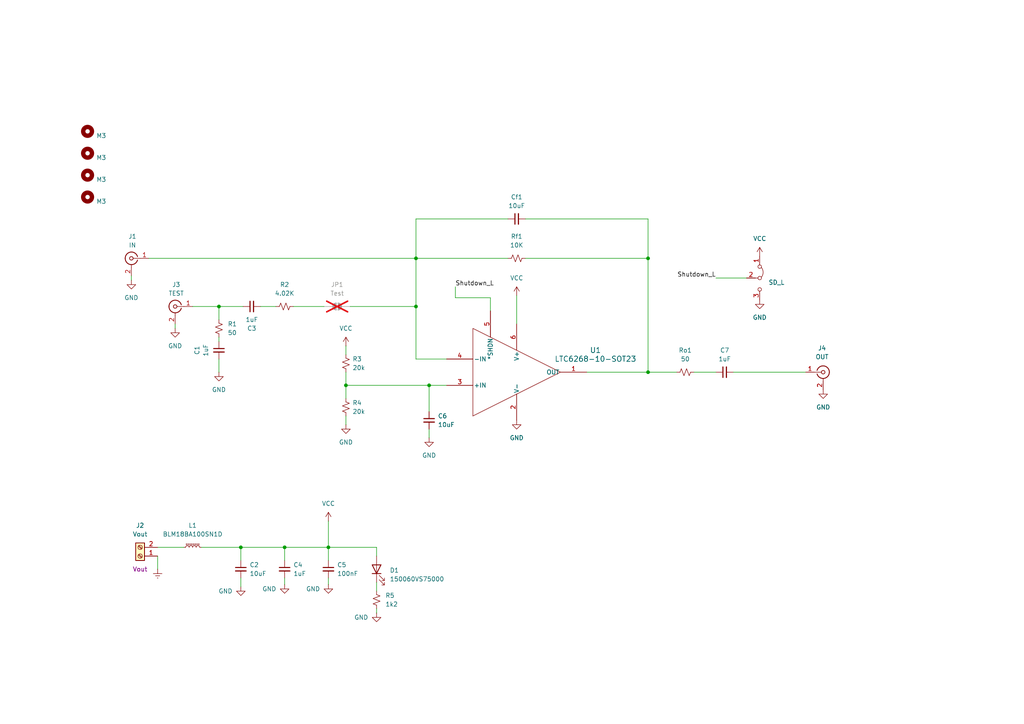
<source format=kicad_sch>
(kicad_sch (version 20231120) (generator "eeschema") (generator_version "8.0")
  (paper "A4")
  (title_block (title "TIA LTC6268-10") (date "2025-01-08") (rev "1"))
  (lib_symbols
    (symbol "Connector:Conn_Coaxial" (pin_names (offset 1.016) hide)
      (property "Reference" "J" (at 0.254 3.048 0))
      (property "Value" "Conn_Coaxial" (at 2.921 0 90))
      (symbol "Conn_Coaxial_0_1"
        (arc (start -1.778 -0.508) (mid 0.2311 -1.8066) (end 1.778 0) (stroke (width 0.254)))
        (polyline (pts (xy -2.54 0) (xy -0.508 0)))
        (polyline (pts (xy 0 -2.54) (xy 0 -1.778)))
        (circle (center 0 0) (radius 0.508) (stroke (width 0.2032)))
        (arc (start 1.778 0) (mid 0.2099 1.8101) (end -1.778 0.508) (stroke (width 0.254)))
      )
      (symbol "Conn_Coaxial_1_1"
        (pin passive line (at -5.08 0 0) (length 2.54) (name "In") (number "1"))
        (pin passive line (at 0 -5.08 90) (length 2.54) (name "Ext") (number "2"))
      )
    )
    (symbol "Connector:Screw_Terminal_01x02" (pin_names (offset 1.016) hide)
      (property "Reference" "J" (at 0 2.54 0))
      (property "Value" "Screw_Terminal_01x02" (at 0 -5.08 0))
      (symbol "Screw_Terminal_01x02_1_1"
        (rectangle (start -1.27 1.27) (end 1.27 -3.81) (stroke (width 0.254)) (fill (type background)))
        (circle (center 0 -2.54) (radius 0.635) (stroke (width 0.1524)))
        (polyline (pts (xy -0.5334 -2.2098) (xy 0.3302 -3.048)) (stroke (width 0.1524)))
        (polyline (pts (xy -0.5334 0.3302) (xy 0.3302 -0.508)) (stroke (width 0.1524)))
        (polyline (pts (xy -0.3556 -2.032) (xy 0.508 -2.8702)) (stroke (width 0.1524)))
        (polyline (pts (xy -0.3556 0.508) (xy 0.508 -0.3302)) (stroke (width 0.1524)))
        (circle (center 0 0) (radius 0.635) (stroke (width 0.1524)))
        (pin passive line (at -5.08 0 0) (length 3.81) (name "Pin_1") (number "1"))
        (pin passive line (at -5.08 -2.54 0) (length 3.81) (name "Pin_2") (number "2"))
      )
    )
    (symbol "Device:C_Small" (pin_numbers hide) (pin_names (offset 0.254) hide)
      (property "Reference" "C" (at 0.254 1.778 0))
      (property "Value" "C_Small" (at 0.254 -2.032 0))
      (symbol "C_Small_0_1"
        (polyline (pts (xy -1.524 -0.508) (xy 1.524 -0.508)) (stroke (width 0.3302)))
        (polyline (pts (xy -1.524 0.508) (xy 1.524 0.508)) (stroke (width 0.3048)))
      )
      (symbol "C_Small_1_1"
        (pin passive line (at 0 2.54 270) (length 2.032) (name "~") (number "1"))
        (pin passive line (at 0 -2.54 90) (length 2.032) (name "~") (number "2"))
      )
    )
    (symbol "Device:LED" (pin_numbers hide) (pin_names (offset 1.016) hide)
      (property "Reference" "D" (at 0 2.54 0))
      (property "Value" "LED" (at 0 -2.54 0))
      (symbol "LED_0_1"
        (polyline (pts (xy -1.27 -1.27) (xy -1.27 1.27)) (stroke (width 0.254)))
        (polyline (pts (xy -1.27 0) (xy 1.27 0)))
        (polyline (pts (xy 1.27 -1.27) (xy 1.27 1.27) (xy -1.27 0) (xy 1.27 -1.27)) (stroke (width 0.254)))
        (polyline (pts (xy -3.048 -0.762) (xy -4.572 -2.286) (xy -3.81 -2.286) (xy -4.572 -2.286) (xy -4.572 -1.524)))
        (polyline (pts (xy -1.778 -0.762) (xy -3.302 -2.286) (xy -2.54 -2.286) (xy -3.302 -2.286) (xy -3.302 -1.524)))
      )
      (symbol "LED_1_1"
        (pin passive line (at -3.81 0 0) (length 2.54) (name "K") (number "1"))
        (pin passive line (at 3.81 0 180) (length 2.54) (name "A") (number "2"))
      )
    )
    (symbol "Device:L_Ferrite_Small" (pin_numbers hide) (pin_names (offset 0.254) hide)
      (property "Reference" "L" (at 1.27 1.016 0))
      (property "Value" "L_Ferrite_Small" (at 1.27 -1.27 0))
      (symbol "L_Ferrite_Small_0_1"
        (arc (start 0 -2.032) (mid 0.5058 -1.524) (end 0 -1.016))
        (arc (start 0 -1.016) (mid 0.5058 -0.508) (end 0 0))
        (polyline (pts (xy 0.762 -1.905) (xy 0.762 -1.651)))
        (polyline (pts (xy 0.762 -1.397) (xy 0.762 -1.143)))
        (polyline (pts (xy 0.762 -0.889) (xy 0.762 -0.635)))
        (polyline (pts (xy 0.762 -0.381) (xy 0.762 -0.127)))
        (polyline (pts (xy 0.762 0.127) (xy 0.762 0.381)))
        (polyline (pts (xy 0.762 0.635) (xy 0.762 0.889)))
        (polyline (pts (xy 0.762 1.143) (xy 0.762 1.397)))
        (polyline (pts (xy 0.762 1.651) (xy 0.762 1.905)))
        (polyline (pts (xy 1.016 -1.651) (xy 1.016 -1.905)))
        (polyline (pts (xy 1.016 -1.143) (xy 1.016 -1.397)))
        (polyline (pts (xy 1.016 -0.635) (xy 1.016 -0.889)))
        (polyline (pts (xy 1.016 -0.127) (xy 1.016 -0.381)))
        (polyline (pts (xy 1.016 0.381) (xy 1.016 0.127)))
        (polyline (pts (xy 1.016 0.889) (xy 1.016 0.635)))
        (polyline (pts (xy 1.016 1.397) (xy 1.016 1.143)))
        (polyline (pts (xy 1.016 1.905) (xy 1.016 1.651)))
        (arc (start 0 0) (mid 0.5058 0.508) (end 0 1.016))
        (arc (start 0 1.016) (mid 0.5058 1.524) (end 0 2.032))
      )
      (symbol "L_Ferrite_Small_1_1"
        (pin passive line (at 0 2.54 270) (length 0.508) (name "~") (number "1"))
        (pin passive line (at 0 -2.54 90) (length 0.508) (name "~") (number "2"))
      )
    )
    (symbol "Device:R_Small_US" (pin_numbers hide) (pin_names (offset 0.254) hide)
      (property "Reference" "R" (at 0.762 0.508 0))
      (property "Value" "R_Small_US" (at 0.762 -1.016 0))
      (symbol "R_Small_US_1_1"
        (polyline (pts (xy 0 0) (xy 1.016 -0.381) (xy 0 -0.762) (xy -1.016 -1.143) (xy 0 -1.524)))
        (polyline (pts (xy 0 1.524) (xy 1.016 1.143) (xy 0 0.762) (xy -1.016 0.381) (xy 0 0)))
        (pin passive line (at 0 2.54 270) (length 1.016) (name "~") (number "1"))
        (pin passive line (at 0 -2.54 90) (length 1.016) (name "~") (number "2"))
      )
    )
    (symbol "Jumper:Jumper_3_Bridged12" (pin_names (offset 0) hide) (exclude_from_sim yes) (in_bom no)
      (property "Reference" "JP" (at -2.54 -2.54 0))
      (property "Value" "Jumper_3_Bridged12" (at 0 2.794 0))
      (symbol "Jumper_3_Bridged12_0_0"
        (circle (center -3.302 0) (radius 0.508))
        (circle (center 0 0) (radius 0.508))
        (circle (center 3.302 0) (radius 0.508))
      )
      (symbol "Jumper_3_Bridged12_0_1"
        (arc (start -0.254 0.508) (mid -1.651 0.9912) (end -3.048 0.508))
        (polyline (pts (xy 0 -1.27) (xy 0 -0.508)))
      )
      (symbol "Jumper_3_Bridged12_1_1"
        (pin passive line (at -6.35 0 0) (length 2.54) (name "A") (number "1"))
        (pin passive line (at 0 -3.81 90) (length 2.54) (name "C") (number "2"))
        (pin passive line (at 6.35 0 180) (length 2.54) (name "B") (number "3"))
      )
    )
    (symbol "Jumper:SolderJumper_2_Open" (pin_numbers hide) (pin_names (offset 0) hide) (exclude_from_sim yes) (in_bom no)
      (property "Reference" "JP" (at 0 2.032 0))
      (property "Value" "SolderJumper_2_Open" (at 0 -2.54 0))
      (symbol "SolderJumper_2_Open_0_1"
        (arc (start -0.254 1.016) (mid -1.2656 0) (end -0.254 -1.016))
        (arc (start -0.254 1.016) (mid -1.2656 0) (end -0.254 -1.016) (fill (type outline)))
        (polyline (pts (xy -0.254 1.016) (xy -0.254 -1.016)))
        (polyline (pts (xy 0.254 1.016) (xy 0.254 -1.016)))
        (arc (start 0.254 -1.016) (mid 1.2656 0) (end 0.254 1.016))
        (arc (start 0.254 -1.016) (mid 1.2656 0) (end 0.254 1.016) (fill (type outline)))
      )
      (symbol "SolderJumper_2_Open_1_1"
        (pin passive line (at -3.81 0 0) (length 2.54) (name "A") (number "1"))
        (pin passive line (at 3.81 0 180) (length 2.54) (name "B") (number "2"))
      )
    )
    (symbol "LumiCom_TIA:LTC6268-10-SOT23" (pin_names (offset 0.254))
      (property "Reference" "U" (at 7.62 -9.906 0))
      (property "Value" "LTC6268-10-SOT23" (at 11.176 11.176 0))
      (symbol "LTC6268-10-SOT23_0_1"
        (pin output line (at 20.32 0 180) (length 7.62) (name "OUT") (number "1"))
        (pin power_in line (at 0 -13.97 90) (length 7.62) (name "V-") (number "2"))
        (pin input line (at -20.32 -3.81 0) (length 7.62) (name "+IN") (number "3"))
        (pin input line (at -20.32 3.81 0) (length 7.62) (name "-IN") (number "4"))
        (pin unspecified line (at -7.62 17.78 270) (length 7.62) (name "*SHDN") (number "5"))
        (pin power_in line (at 0 13.97 270) (length 7.62) (name "V+") (number "6"))
      )
      (symbol "LTC6268-10-SOT23_1_1"
        (polyline (pts (xy -12.7 -12.7) (xy -12.7 12.7) (xy 12.7 0) (xy -12.7 -12.7)))
      )
    )
    (symbol "Mechanical:MountingHole" (pin_names (offset 1.016)) (exclude_from_sim yes) (in_bom no)
      (property "Reference" "H" (at 0 5.08 0))
      (property "Value" "MountingHole" (at 0 3.175 0))
      (symbol "MountingHole_0_1"
        (circle (center 0 0) (radius 1.27) (stroke (width 1.27)))
      )
    )
    (symbol "power:Earth" (power) (pin_numbers hide) (pin_names (offset 0) hide)
      (property "Value" "Earth" (at 0 -3.81 0))
      (symbol "Earth_0_1"
        (polyline (pts (xy -0.635 -1.905) (xy 0.635 -1.905)))
        (polyline (pts (xy -0.127 -2.54) (xy 0.127 -2.54)))
        (polyline (pts (xy 0 -1.27) (xy 0 0)))
        (polyline (pts (xy 1.27 -1.27) (xy -1.27 -1.27)))
      )
      (symbol "Earth_1_1"
        (pin power_in line (at 0 0 270) (length 0) (name "~") (number "1"))
      )
    )
    (symbol "power:GND" (power) (pin_numbers hide) (pin_names (offset 0) hide)
      (property "Value" "GND" (at 0 -3.81 0))
      (symbol "GND_0_1"
        (polyline (pts (xy 0 0) (xy 0 -1.27) (xy 1.27 -1.27) (xy 0 -2.54) (xy -1.27 -1.27) (xy 0 -1.27)))
      )
      (symbol "GND_1_1"
        (pin power_in line (at 0 0 270) (length 0) (name "~") (number "1"))
      )
    )
    (symbol "power:VCC" (power) (pin_numbers hide) (pin_names (offset 0) hide)
      (property "Value" "VCC" (at 0 3.556 0))
      (symbol "VCC_0_1"
        (polyline (pts (xy -0.762 1.27) (xy 0 2.54)))
        (polyline (pts (xy 0 0) (xy 0 2.54)))
        (polyline (pts (xy 0 2.54) (xy 0.762 1.27)))
      )
      (symbol "VCC_1_1"
        (pin power_in line (at 0 0 90) (length 0) (name "~") (number "1"))
      )
    )
  )
  (junction (at 120.65 88.9))
  (junction (at 82.55 158.75))
  (junction (at 120.65 74.93))
  (junction (at 124.46 111.76))
  (junction (at 187.96 107.95))
  (junction (at 69.85 158.75))
  (junction (at 187.96 74.93))
  (junction (at 100.33 111.76))
  (junction (at 63.5 88.9))
  (junction (at 95.25 158.75))
  (wire (pts (xy 100.33 120.65) (xy 100.33 123.19)))
  (wire (pts (xy 212.725 107.95) (xy 233.68 107.95)))
  (wire (pts (xy 142.24 86.36) (xy 142.24 90.17)))
  (wire (pts (xy 120.65 63.5) (xy 120.65 74.93)))
  (wire (pts (xy 100.33 111.76) (xy 124.46 111.76)))
  (wire (pts (xy 109.22 177.8) (xy 109.22 176.53)))
  (wire (pts (xy 82.55 158.75) (xy 95.25 158.75)))
  (wire (pts (xy 58.42 158.75) (xy 69.85 158.75)))
  (wire (pts (xy 100.33 111.76) (xy 100.33 115.57)))
  (wire (pts (xy 95.25 162.56) (xy 95.25 158.75)))
  (wire (pts (xy 69.85 167.64) (xy 69.85 170.18)))
  (wire (pts (xy 69.85 158.75) (xy 82.55 158.75)))
  (wire (pts (xy 201.295 107.95) (xy 207.645 107.95)))
  (wire (pts (xy 187.96 74.93) (xy 152.4 74.93)))
  (wire (pts (xy 109.22 161.29) (xy 109.22 158.75)))
  (wire (pts (xy 152.4 63.5) (xy 187.96 63.5)))
  (wire (pts (xy 82.55 162.56) (xy 82.55 158.75)))
  (wire (pts (xy 170.18 107.95) (xy 187.96 107.95)))
  (wire (pts (xy 109.22 158.75) (xy 95.25 158.75)))
  (wire (pts (xy 120.65 88.9) (xy 120.65 104.14)))
  (wire (pts (xy 63.5 99.06) (xy 63.5 97.79)))
  (wire (pts (xy 101.6 88.9) (xy 120.65 88.9)))
  (wire (pts (xy 132.08 86.36) (xy 142.24 86.36)))
  (wire (pts (xy 124.46 127) (xy 124.46 124.46)))
  (wire (pts (xy 85.09 88.9) (xy 93.98 88.9)))
  (wire (pts (xy 43.18 74.93) (xy 120.65 74.93)))
  (wire (pts (xy 132.08 83.185) (xy 132.08 86.36)))
  (wire (pts (xy 187.96 107.95) (xy 196.215 107.95)))
  (wire (pts (xy 63.5 92.71) (xy 63.5 88.9)))
  (wire (pts (xy 120.65 63.5) (xy 147.32 63.5)))
  (wire (pts (xy 100.33 107.95) (xy 100.33 111.76)))
  (wire (pts (xy 95.25 151.13) (xy 95.25 158.75)))
  (wire (pts (xy 120.65 104.14) (xy 129.54 104.14)))
  (wire (pts (xy 63.5 88.9) (xy 70.485 88.9)))
  (wire (pts (xy 95.25 167.64) (xy 95.25 169.545)))
  (wire (pts (xy 63.5 107.95) (xy 63.5 104.14)))
  (wire (pts (xy 45.72 158.75) (xy 53.34 158.75)))
  (wire (pts (xy 75.565 88.9) (xy 80.01 88.9)))
  (wire (pts (xy 109.22 171.45) (xy 109.22 168.91)))
  (wire (pts (xy 120.65 74.93) (xy 147.32 74.93)))
  (wire (pts (xy 45.72 161.29) (xy 45.72 165.1)))
  (wire (pts (xy 124.46 111.76) (xy 129.54 111.76)))
  (wire (pts (xy 187.96 74.93) (xy 187.96 107.95)))
  (wire (pts (xy 100.33 102.87) (xy 100.33 100.33)))
  (wire (pts (xy 82.55 167.64) (xy 82.55 169.545)))
  (wire (pts (xy 149.86 85.725) (xy 149.86 93.98)))
  (wire (pts (xy 187.96 63.5) (xy 187.96 74.93)))
  (wire (pts (xy 50.8 95.25) (xy 50.8 93.98)))
  (wire (pts (xy 55.88 88.9) (xy 63.5 88.9)))
  (wire (pts (xy 124.46 119.38) (xy 124.46 111.76)))
  (wire (pts (xy 207.645 80.645) (xy 216.535 80.645)))
  (wire (pts (xy 69.85 158.75) (xy 69.85 162.56)))
  (wire (pts (xy 120.65 74.93) (xy 120.65 88.9)))
  (wire (pts (xy 38.1 80.01) (xy 38.1 81.28)))
  (label "Shutdown_L" (at 207.645 80.645 180))
  (label "Shutdown_L" (at 132.08 83.185 0))
  (symbol (lib_id "power:GND") (at 100.33 123.19 0) (unit 1)
    (property "Reference" "#PWR010" (effects (hide yes)))
    (property "Value" "GND" (at 100.33 128.27 0))
    (property "Description" "Power symbol creates a global label with name \"GND\" , ground" (effects (hide yes)))
  )
  (symbol (lib_id "power:VCC") (at 149.86 85.725 0) (unit 1)
    (property "Reference" "#PWR013" (effects (hide yes)))
    (property "Value" "VCC" (at 149.86 80.645 0))
    (property "Description" "Power symbol creates a global label with name \"VCC\"" (effects (hide yes)))
  )
  (symbol (lib_id "Device:R_Small_US") (at 82.55 88.9 90) (unit 1)
    (property "Reference" "R2" (at 82.55 82.55 90))
    (property "Value" "4.02K" (at 82.55 85.09 90))
    (property "Footprint" "Resistor_SMD:R_0603_1608Metric_Pad0.98x0.95mm_HandSolder" (effects (hide yes)))
    (property "Description" "Resistor, small US symbol" (effects (hide yes)))
  )
  (symbol (lib_id "Device:C_Small") (at 210.185 107.95 90) (unit 1)
    (property "Reference" "C7" (at 210.1913 101.6 90))
    (property "Value" "1uF" (at 210.1913 104.14 90))
    (property "Footprint" "Capacitor_SMD:C_0603_1608Metric_Pad1.08x0.95mm_HandSolder" (effects (hide yes)))
    (property "Description" "Unpolarized capacitor, small symbol" (effects (hide yes)))
  )
  (symbol (lib_id "Device:C_Small") (at 149.86 63.5 90) (unit 1)
    (property "Reference" "Cf1" (at 149.8663 57.15 90))
    (property "Value" "10uF" (at 149.8663 59.69 90))
    (property "Footprint" "Capacitor_SMD:C_0603_1608Metric_Pad1.08x0.95mm_HandSolder" (effects (hide yes)))
    (property "Description" "Unpolarized capacitor, small symbol" (effects (hide yes)))
  )
  (symbol (lib_id "Mechanical:MountingHole") (at 25.4 50.8 0) (unit 1) (exclude_from_sim yes) (in_bom no)
    (property "Reference" "H3" (effects (hide yes)))
    (property "Value" "M3" (at 27.94 52.0699 0) (effects (justify left)))
    (property "Footprint" "MountingHole:MountingHole_3.2mm_M3_DIN965" (effects (hide yes)))
    (property "Description" "Mounting Hole without connection" (effects (hide yes)))
  )
  (symbol (lib_id "power:GND") (at 38.1 81.28 0) (unit 1)
    (property "Reference" "#PWR01" (effects (hide yes)))
    (property "Value" "GND" (at 38.1 86.36 0))
    (property "Description" "Power symbol creates a global label with name \"GND\" , ground" (effects (hide yes)))
  )
  (symbol (lib_id "Connector:Conn_Coaxial") (at 238.76 107.95 0) (unit 1)
    (property "Reference" "J4" (at 238.4426 100.965 0))
    (property "Value" "OUT" (at 238.4426 103.505 0))
    (property "Footprint" "Connector_Coaxial:SMA_Samtec_SMA-J-P-X-ST-EM1_EdgeMount" (effects (hide yes)))
    (property "Datasheet" " ~" (effects (hide yes)))
    (property "Description" "coaxial connector (BNC, SMA, SMB, SMC, Cinch/RCA, LEMO, ...)" (effects (hide yes)))
  )
  (symbol (lib_id "power:GND") (at 50.8 95.25 0) (unit 1)
    (property "Reference" "#PWR03" (effects (hide yes)))
    (property "Value" "GND" (at 50.8 100.33 0))
    (property "Description" "Power symbol creates a global label with name \"GND\" , ground" (effects (hide yes)))
  )
  (symbol (lib_id "Device:L_Ferrite_Small") (at 55.88 158.75 90) (unit 1)
    (property "Reference" "L1" (at 55.88 152.4 90))
    (property "Value" "BLM18BA100SN1D" (at 55.88 154.94 90))
    (property "Footprint" "Inductor_SMD:L_0603_1608Metric_Pad1.05x0.95mm_HandSolder" (effects (hide yes)))
    (property "Description" "Inductor with ferrite core, small symbol" (effects (hide yes)))
  )
  (symbol (lib_id "Device:C_Small") (at 124.46 121.92 0) (unit 1)
    (property "Reference" "C6" (at 127 120.6562 0) (effects (justify left)))
    (property "Value" "10uF" (at 127 123.1962 0) (effects (justify left)))
    (property "Footprint" "Capacitor_SMD:C_0603_1608Metric_Pad1.08x0.95mm_HandSolder" (effects (hide yes)))
    (property "Description" "Unpolarized capacitor, small symbol" (effects (hide yes)))
  )
  (symbol (lib_id "Device:R_Small_US") (at 100.33 105.41 0) (unit 1)
    (property "Reference" "R3" (at 102.235 104.1399 0) (effects (justify left)))
    (property "Value" "20k" (at 102.235 106.6799 0) (effects (justify left)))
    (property "Footprint" "Resistor_SMD:R_0603_1608Metric_Pad0.98x0.95mm_HandSolder" (effects (hide yes)))
    (property "Description" "Resistor, small US symbol" (effects (hide yes)))
  )
  (symbol (lib_id "Mechanical:MountingHole") (at 25.4 44.45 0) (unit 1) (exclude_from_sim yes) (in_bom no)
    (property "Reference" "H2" (effects (hide yes)))
    (property "Value" "M3" (at 27.94 45.7199 0) (effects (justify left)))
    (property "Footprint" "MountingHole:MountingHole_3.2mm_M3_DIN965" (effects (hide yes)))
    (property "Description" "Mounting Hole without connection" (effects (hide yes)))
  )
  (symbol (lib_id "Connector:Conn_Coaxial") (at 38.1 74.93 0) (mirror y) (unit 1)
    (property "Reference" "J1" (at 38.4174 68.58 0))
    (property "Value" "IN" (at 38.4174 71.12 0))
    (property "Footprint" "Connector_Coaxial:SMA_Samtec_SMA-J-P-X-ST-EM1_EdgeMount" (effects (hide yes)))
    (property "Datasheet" " ~" (effects (hide yes)))
    (property "Description" "coaxial connector (BNC, SMA, SMB, SMC, Cinch/RCA, LEMO, ...)" (effects (hide yes)))
  )
  (symbol (lib_id "Device:R_Small_US") (at 100.33 118.11 0) (unit 1)
    (property "Reference" "R4" (at 102.235 116.8399 0) (effects (justify left)))
    (property "Value" "20k" (at 102.235 119.3799 0) (effects (justify left)))
    (property "Footprint" "Resistor_SMD:R_0603_1608Metric_Pad0.98x0.95mm_HandSolder" (effects (hide yes)))
    (property "Description" "Resistor, small US symbol" (effects (hide yes)))
  )
  (symbol (lib_id "Device:LED") (at 109.22 165.1 90) (unit 1)
    (property "Reference" "D1" (at 113.03 165.4174 90) (effects (justify right)))
    (property "Value" "150060VS75000 " (at 113.03 167.9574 90) (effects (justify right)))
    (property "Footprint" "LumiCom_TIA:LEDC1608X80N" (effects (hide yes)))
    (property "Description" "Light emitting diode" (effects (hide yes)))
  )
  (symbol (lib_id "Device:C_Small") (at 63.5 101.6 0) (mirror y) (unit 1)
    (property "Reference" "C1" (at 57.15 101.6063 90))
    (property "Value" "1uF" (at 59.69 101.6063 90))
    (property "Footprint" "Capacitor_SMD:C_0603_1608Metric_Pad1.08x0.95mm_HandSolder" (effects (hide yes)))
    (property "Description" "Unpolarized capacitor, small symbol" (effects (hide yes)))
  )
  (symbol (lib_id "Device:C_Small") (at 95.25 165.1 0) (unit 1)
    (property "Reference" "C5" (at 97.79 163.8362 0) (effects (justify left)))
    (property "Value" "100nF" (at 97.79 166.3762 0) (effects (justify left)))
    (property "Footprint" "Capacitor_SMD:C_0603_1608Metric_Pad1.08x0.95mm_HandSolder" (effects (hide yes)))
    (property "Description" "Unpolarized capacitor, small symbol" (effects (hide yes)))
  )
  (symbol (lib_id "Jumper:SolderJumper_2_Open") (at 97.79 88.9 0) (unit 1) (exclude_from_sim yes) (in_bom no) (dnp yes)
    (property "Reference" "JP1" (at 97.79 82.55 0))
    (property "Value" "Test" (at 97.79 85.09 0))
    (property "Footprint" "Resistor_SMD:R_0603_1608Metric_Pad0.98x0.95mm_HandSolder" (effects (hide yes)))
    (property "Description" "Solder Jumper, 2-pole, open" (effects (hide yes)))
  )
  (symbol (lib_id "power:GND") (at 238.76 113.03 0) (unit 1)
    (property "Reference" "#PWR017" (effects (hide yes)))
    (property "Value" "GND" (at 238.76 118.11 0))
    (property "Description" "Power symbol creates a global label with name \"GND\" , ground" (effects (hide yes)))
  )
  (symbol (lib_id "Jumper:Jumper_3_Bridged12") (at 220.345 80.645 270) (unit 1) (exclude_from_sim yes) (in_bom no)
    (property "Reference" "SD_L1" (effects (hide yes)))
    (property "Value" "SD_L" (at 222.885 81.9149 90) (effects (justify left)))
    (property "Footprint" "Connector_PinHeader_2.54mm:PinHeader_1x03_P2.54mm_Vertical" (effects (hide yes)))
    (property "Description" "Jumper, 3-pole, pins 1+2 closed/bridged" (effects (hide yes)))
  )
  (symbol (lib_id "Device:C_Small") (at 73.025 88.9 90) (mirror x) (unit 1)
    (property "Reference" "C3" (at 73.0313 95.25 90))
    (property "Value" "1uF" (at 73.0313 92.71 90))
    (property "Footprint" "Capacitor_SMD:C_0603_1608Metric_Pad1.08x0.95mm_HandSolder" (effects (hide yes)))
    (property "Description" "Unpolarized capacitor, small symbol" (effects (hide yes)))
  )
  (symbol (lib_id "power:VCC") (at 100.33 100.33 0) (unit 1)
    (property "Reference" "#PWR09" (effects (hide yes)))
    (property "Value" "VCC" (at 100.33 95.25 0))
    (property "Description" "Power symbol creates a global label with name \"VCC\"" (effects (hide yes)))
  )
  (symbol (lib_id "power:Earth") (at 45.72 165.1 0) (unit 1)
    (property "Reference" "#PWR02" (effects (hide yes)))
    (property "Value" "GND" (effects (hide yes)))
  )
  (symbol (lib_id "Device:R_Small_US") (at 149.86 74.93 90) (unit 1)
    (property "Reference" "Rf1" (at 149.86 68.58 90))
    (property "Value" "10K" (at 149.86 71.12 90))
    (property "Footprint" "Resistor_SMD:R_0603_1608Metric_Pad0.98x0.95mm_HandSolder" (effects (hide yes)))
    (property "Description" "Resistor, small US symbol" (effects (hide yes)))
  )
  (symbol (lib_id "LumiCom_TIA:LTC6268-10-SOT23") (at 149.86 107.95 0) (unit 1)
    (property "Reference" "U1" (at 172.72 101.5714 0) (effects (font (size 1.524 1.524))))
    (property "Value" "LTC6268-10-SOT23" (at 172.72 104.1114 0) (effects (font (size 1.524 1.524))))
    (property "Footprint" "LumiCom_TIA:TSOT-23_S6_LIT" (effects (hide yes)))
    (property "Datasheet" "https://www.analog.com/media/en/technical-documentation/data-sheets/626810f.pdf" (effects (hide yes)))
  )
  (symbol (lib_id "Mechanical:MountingHole") (at 25.4 57.15 0) (unit 1) (exclude_from_sim yes) (in_bom no)
    (property "Reference" "H4" (effects (hide yes)))
    (property "Value" "M3" (at 27.94 58.4199 0) (effects (justify left)))
    (property "Footprint" "MountingHole:MountingHole_3.2mm_M3_DIN965" (effects (hide yes)))
    (property "Description" "Mounting Hole without connection" (effects (hide yes)))
  )
  (symbol (lib_id "Device:R_Small_US") (at 109.22 173.99 0) (unit 1)
    (property "Reference" "R5" (at 111.76 172.7199 0) (effects (justify left)))
    (property "Value" "1k2" (at 111.76 175.2599 0) (effects (justify left)))
    (property "Footprint" "Resistor_SMD:R_0603_1608Metric_Pad0.98x0.95mm_HandSolder" (effects (hide yes)))
    (property "Description" "Resistor, small US symbol" (effects (hide yes)))
  )
  (symbol (lib_id "power:VCC") (at 95.25 151.13 0) (unit 1)
    (property "Reference" "#PWR07" (effects (hide yes)))
    (property "Value" "VCC" (at 95.25 146.05 0))
    (property "Description" "Power symbol creates a global label with name \"VCC\"" (effects (hide yes)))
  )
  (symbol (lib_id "power:GND") (at 63.5 107.95 0) (unit 1)
    (property "Reference" "#PWR04" (effects (hide yes)))
    (property "Value" "GND" (at 63.5 113.03 0))
    (property "Description" "Power symbol creates a global label with name \"GND\" , ground" (effects (hide yes)))
  )
  (symbol (lib_id "Device:R_Small_US") (at 198.755 107.95 90) (unit 1)
    (property "Reference" "Ro1" (at 198.755 101.6 90))
    (property "Value" "50" (at 198.755 104.14 90))
    (property "Footprint" "Resistor_SMD:R_0603_1608Metric_Pad0.98x0.95mm_HandSolder" (effects (hide yes)))
    (property "Description" "Resistor, small US symbol" (effects (hide yes)))
  )
  (symbol (lib_id "power:GND") (at 124.46 127 0) (unit 1)
    (property "Reference" "#PWR012" (effects (hide yes)))
    (property "Value" "GND" (at 124.46 132.08 0))
    (property "Description" "Power symbol creates a global label with name \"GND\" , ground" (effects (hide yes)))
  )
  (symbol (lib_id "Mechanical:MountingHole") (at 25.4 38.1 0) (unit 1) (exclude_from_sim yes) (in_bom no)
    (property "Reference" "H1" (effects (hide yes)))
    (property "Value" "M3" (at 27.94 39.3699 0) (effects (justify left)))
    (property "Footprint" "MountingHole:MountingHole_3.2mm_M3_DIN965" (effects (hide yes)))
    (property "Description" "Mounting Hole without connection" (effects (hide yes)))
  )
  (symbol (lib_id "power:GND") (at 82.55 169.545 0) (unit 1)
    (property "Reference" "#PWR06" (effects (hide yes)))
    (property "Value" "GND" (at 78.105 170.815 0))
    (property "Description" "Power symbol creates a global label with name \"GND\" , ground" (effects (hide yes)))
  )
  (symbol (lib_id "power:GND") (at 95.25 169.545 0) (unit 1)
    (property "Reference" "#PWR08" (effects (hide yes)))
    (property "Value" "GND" (at 90.805 170.815 0))
    (property "Description" "Power symbol creates a global label with name \"GND\" , ground" (effects (hide yes)))
  )
  (symbol (lib_id "power:VCC") (at 220.345 74.295 0) (unit 1)
    (property "Reference" "#PWR015" (effects (hide yes)))
    (property "Value" "VCC" (at 220.345 69.215 0))
    (property "Description" "Power symbol creates a global label with name \"VCC\"" (effects (hide yes)))
  )
  (symbol (lib_id "power:GND") (at 69.85 170.18 0) (unit 1)
    (property "Reference" "#PWR05" (effects (hide yes)))
    (property "Value" "GND" (at 65.405 171.45 0))
    (property "Description" "Power symbol creates a global label with name \"GND\" , ground" (effects (hide yes)))
  )
  (symbol (lib_id "power:GND") (at 149.86 121.92 0) (unit 1)
    (property "Reference" "#PWR014" (effects (hide yes)))
    (property "Value" "GND" (at 149.86 127 0))
    (property "Description" "Power symbol creates a global label with name \"GND\" , ground" (effects (hide yes)))
  )
  (symbol (lib_id "Device:C_Small") (at 69.85 165.1 0) (unit 1)
    (property "Reference" "C2" (at 72.39 163.8362 0) (effects (justify left)))
    (property "Value" "10uF" (at 72.39 166.3762 0) (effects (justify left)))
    (property "Footprint" "Capacitor_SMD:C_0603_1608Metric_Pad1.08x0.95mm_HandSolder" (effects (hide yes)))
    (property "Description" "Unpolarized capacitor, small symbol" (effects (hide yes)))
  )
  (symbol (lib_id "Device:C_Small") (at 82.55 165.1 0) (unit 1)
    (property "Reference" "C4" (at 85.09 163.8362 0) (effects (justify left)))
    (property "Value" "1uF" (at 85.09 166.3762 0) (effects (justify left)))
    (property "Footprint" "Capacitor_SMD:C_0603_1608Metric_Pad1.08x0.95mm_HandSolder" (effects (hide yes)))
    (property "Description" "Unpolarized capacitor, small symbol" (effects (hide yes)))
  )
  (symbol (lib_id "power:GND") (at 220.345 86.995 0) (unit 1)
    (property "Reference" "#PWR016" (effects (hide yes)))
    (property "Value" "GND" (at 220.345 92.075 0))
    (property "Description" "Power symbol creates a global label with name \"GND\" , ground" (effects (hide yes)))
  )
  (symbol (lib_id "Device:R_Small_US") (at 63.5 95.25 0) (unit 1)
    (property "Reference" "R1" (at 66.04 93.9799 0) (effects (justify left)))
    (property "Value" "50" (at 66.04 96.5199 0) (effects (justify left)))
    (property "Footprint" "Resistor_SMD:R_0603_1608Metric_Pad0.98x0.95mm_HandSolder" (effects (hide yes)))
    (property "Description" "Resistor, small US symbol" (effects (hide yes)))
  )
  (symbol (lib_id "Connector:Conn_Coaxial") (at 50.8 88.9 0) (mirror y) (unit 1)
    (property "Reference" "J3" (at 51.1174 82.55 0))
    (property "Value" "TEST" (at 51.1174 85.09 0))
    (property "Footprint" "Connector_Coaxial:SMA_Samtec_SMA-J-P-X-ST-EM1_EdgeMount" (effects (hide yes)))
    (property "Datasheet" " ~" (effects (hide yes)))
    (property "Description" "coaxial connector (BNC, SMA, SMB, SMC, Cinch/RCA, LEMO, ...)" (effects (hide yes)))
  )
  (symbol (lib_id "power:GND") (at 109.22 177.8 0) (unit 1)
    (property "Reference" "#PWR011" (effects (hide yes)))
    (property "Value" "GND" (at 104.775 179.07 0))
    (property "Description" "Power symbol creates a global label with name \"GND\" , ground" (effects (hide yes)))
  )
  (symbol (lib_id "Connector:Screw_Terminal_01x02") (at 40.64 161.29 180) (unit 1)
    (property "Reference" "J2" (at 40.64 152.4 0))
    (property "Value" "Vout" (at 40.64 154.94 0))
    (property "Footprint" "TerminalBlock_Phoenix:TerminalBlock_Phoenix_MPT-0,5-2-2.54_1x02_P2.54mm_Horizontal" (effects (hide yes)))
    (property "Description" "Vout" (at 40.64 165.1 0))
  )
)
</source>
